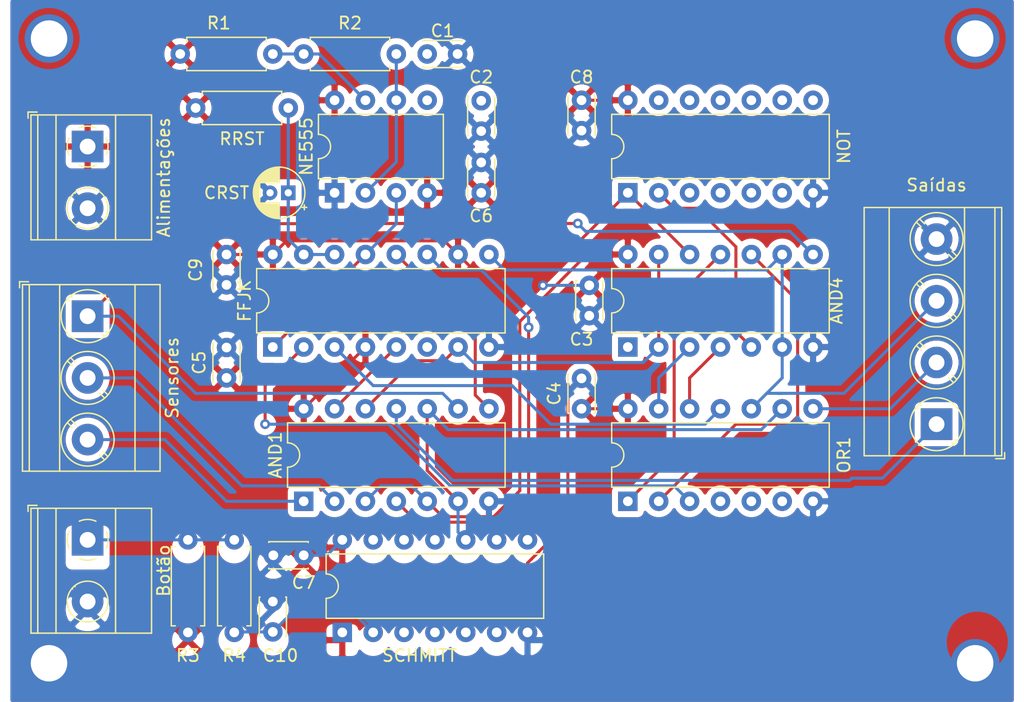
<source format=kicad_pcb>
(kicad_pcb (version 20171130) (host pcbnew "(5.1.9)-1")
  (layers (0 F.Cu signal) (31 B.Cu signal) (34 B.Paste user) (35 F.Paste user) (36 B.SilkS user) (37 F.SilkS user) (38 B.Mask user) (39 F.Mask user) (44 Edge.Cuts user))
  (net 0 "")
  (net 1 RESET)
  (net 2 +5V)
  (net 3 "Net-(NE555-Pad7)")
  (net 4 CLK)
  (net 5 "Net-(C1-Pad1)")
  (net 6 GND)
  (net 7 B1')
  (net 8 B)
  (net 9 "Net-(AND1-Pad4)")
  (net 10 S8)
  (net 11 S1)
  (net 12 BWL)
  (net 13 B0)
  (net 14 "Net-(AND4-Pad5)")
  (net 15 "Net-(AND4-Pad11)")
  (net 16 "Net-(AND4-Pad4)")
  (net 17 "Net-(AND4-Pad10)")
  (net 18 "Net-(AND4-Pad3)")
  (net 19 S5)
  (net 20 FWR)
  (net 21 FWL)
  (net 22 "Net-(C2-Pad2)")
  (net 23 B_IN)
  (net 24 "Net-(C10-Pad2)")
  (net 25 "Net-(AND1-Pad3)")
  (net 26 "Net-(AND1-Pad10)")
  (net 27 "Net-(FFJK1-Pad3)")
  (net 28 "Net-(FFJK1-Pad2)")
  (module Package_DIP:DIP-14_W7.62mm (layer F.Cu) (at 65.405 80.645 90)
    (fp_text reference SCHMITT (at -1.905 6.35 180) (layer F.SilkS))
    (fp_text value SN74LVC1G14DRL hide)
    (pad 14 thru_hole oval (at 7.62 0 90) (size 1.6 1.6) (drill 0.8) (layers *.Cu *.Mask) (net 2 +5V))
    (pad 7 thru_hole oval (at 0 15.24 90) (size 1.6 1.6) (drill 0.8) (layers *.Cu *.Mask) (net 6 GND))
    (pad 13 thru_hole oval (at 7.62 2.54 90) (size 1.6 1.6) (drill 0.8) (layers *.Cu *.Mask))
    (pad 6 thru_hole oval (at 0 12.7 90) (size 1.6 1.6) (drill 0.8) (layers *.Cu *.Mask))
    (pad 12 thru_hole oval (at 7.62 5.08 90) (size 1.6 1.6) (drill 0.8) (layers *.Cu *.Mask))
    (pad 5 thru_hole oval (at 0 10.16 90) (size 1.6 1.6) (drill 0.8) (layers *.Cu *.Mask))
    (pad 11 thru_hole oval (at 7.62 7.62 90) (size 1.6 1.6) (drill 0.8) (layers *.Cu *.Mask))
    (pad 4 thru_hole oval (at 0 7.62 90) (size 1.6 1.6) (drill 0.8) (layers *.Cu *.Mask))
    (pad 10 thru_hole oval (at 7.62 10.16 90) (size 1.6 1.6) (drill 0.8) (layers *.Cu *.Mask) (net 13 B0))
    (pad 3 thru_hole oval (at 0 5.08 90) (size 1.6 1.6) (drill 0.8) (layers *.Cu *.Mask))
    (pad 9 thru_hole oval (at 7.62 12.7 90) (size 1.6 1.6) (drill 0.8) (layers *.Cu *.Mask))
    (pad 2 thru_hole oval (at 0 2.54 90) (size 1.6 1.6) (drill 0.8) (layers *.Cu *.Mask) (net 24 "Net-(C10-Pad2)"))
    (pad 8 thru_hole oval (at 7.62 15.24 90) (size 1.6 1.6) (drill 0.8) (layers *.Cu *.Mask))
    (pad 1 thru_hole rect (at 0 0 90) (size 1.6 1.6) (drill 0.8) (layers *.Cu *.Mask) (net 2 +5V))
  )
  (module Package_DIP:DIP-14_W7.62mm (layer F.Cu) (at 88.9 69.85 90)
    (fp_text reference OR1 (at 3.81 17.78 90) (layer F.SilkS))
    (fp_text value 4071)
    (pad 14 thru_hole oval (at 7.62 0 90) (size 1.6 1.6) (drill 0.8) (layers *.Cu *.Mask) (net 2 +5V))
    (pad 7 thru_hole oval (at 0 15.24 90) (size 1.6 1.6) (drill 0.8) (layers *.Cu *.Mask) (net 6 GND))
    (pad 13 thru_hole oval (at 7.62 2.54 90) (size 1.6 1.6) (drill 0.8) (layers *.Cu *.Mask) (net 18 "Net-(AND4-Pad3)"))
    (pad 6 thru_hole oval (at 0 12.7 90) (size 1.6 1.6) (drill 0.8) (layers *.Cu *.Mask))
    (pad 12 thru_hole oval (at 7.62 5.08 90) (size 1.6 1.6) (drill 0.8) (layers *.Cu *.Mask) (net 16 "Net-(AND4-Pad4)"))
    (pad 5 thru_hole oval (at 0 10.16 90) (size 1.6 1.6) (drill 0.8) (layers *.Cu *.Mask))
    (pad 11 thru_hole oval (at 7.62 7.62 90) (size 1.6 1.6) (drill 0.8) (layers *.Cu *.Mask) (net 27 "Net-(FFJK1-Pad3)"))
    (pad 4 thru_hole oval (at 0 7.62 90) (size 1.6 1.6) (drill 0.8) (layers *.Cu *.Mask))
    (pad 10 thru_hole oval (at 7.62 10.16 90) (size 1.6 1.6) (drill 0.8) (layers *.Cu *.Mask) (net 12 BWL))
    (pad 3 thru_hole oval (at 0 5.08 90) (size 1.6 1.6) (drill 0.8) (layers *.Cu *.Mask) (net 28 "Net-(FFJK1-Pad2)"))
    (pad 9 thru_hole oval (at 7.62 12.7 90) (size 1.6 1.6) (drill 0.8) (layers *.Cu *.Mask) (net 13 B0))
    (pad 2 thru_hole oval (at 0 2.54 90) (size 1.6 1.6) (drill 0.8) (layers *.Cu *.Mask) (net 17 "Net-(AND4-Pad10)"))
    (pad 8 thru_hole oval (at 7.62 15.24 90) (size 1.6 1.6) (drill 0.8) (layers *.Cu *.Mask) (net 20 FWR))
    (pad 1 thru_hole rect (at 0 0 90) (size 1.6 1.6) (drill 0.8) (layers *.Cu *.Mask) (net 15 "Net-(AND4-Pad11)"))
  )
  (module Package_DIP:DIP-14_W7.62mm (layer F.Cu) (at 62.23 69.85 90)
    (fp_text reference AND1 (at 3.81 -2.33 90) (layer F.SilkS))
    (fp_text value 4081)
    (pad 14 thru_hole oval (at 7.62 0 90) (size 1.6 1.6) (drill 0.8) (layers *.Cu *.Mask) (net 2 +5V))
    (pad 7 thru_hole oval (at 0 15.24 90) (size 1.6 1.6) (drill 0.8) (layers *.Cu *.Mask) (net 6 GND))
    (pad 13 thru_hole oval (at 7.62 2.54 90) (size 1.6 1.6) (drill 0.8) (layers *.Cu *.Mask) (net 13 B0))
    (pad 6 thru_hole oval (at 0 12.7 90) (size 1.6 1.6) (drill 0.8) (layers *.Cu *.Mask) (net 13 B0))
    (pad 12 thru_hole oval (at 7.62 5.08 90) (size 1.6 1.6) (drill 0.8) (layers *.Cu *.Mask) (net 7 B1'))
    (pad 5 thru_hole oval (at 0 10.16 90) (size 1.6 1.6) (drill 0.8) (layers *.Cu *.Mask) (net 25 "Net-(AND1-Pad3)"))
    (pad 11 thru_hole oval (at 7.62 7.62 90) (size 1.6 1.6) (drill 0.8) (layers *.Cu *.Mask) (net 21 FWL))
    (pad 4 thru_hole oval (at 0 7.62 90) (size 1.6 1.6) (drill 0.8) (layers *.Cu *.Mask) (net 9 "Net-(AND1-Pad4)"))
    (pad 10 thru_hole oval (at 7.62 10.16 90) (size 1.6 1.6) (drill 0.8) (layers *.Cu *.Mask) (net 13 B0))
    (pad 3 thru_hole oval (at 0 5.08 90) (size 1.6 1.6) (drill 0.8) (layers *.Cu *.Mask) (net 25 "Net-(AND1-Pad3)"))
    (pad 9 thru_hole oval (at 7.62 12.7 90) (size 1.6 1.6) (drill 0.8) (layers *.Cu *.Mask) (net 19 S5))
    (pad 2 thru_hole oval (at 0 2.54 90) (size 1.6 1.6) (drill 0.8) (layers *.Cu *.Mask) (net 10 S8))
    (pad 8 thru_hole oval (at 7.62 15.24 90) (size 1.6 1.6) (drill 0.8) (layers *.Cu *.Mask) (net 26 "Net-(AND1-Pad10)"))
    (pad 1 thru_hole rect (at 0 0 90) (size 1.6 1.6) (drill 0.8) (layers *.Cu *.Mask) (net 11 S1))
  )
  (module TerminalBlock_Phoenix:TerminalBlock_Phoenix_MKDS-3-3-5.08_1x03_P5.08mm_Horizontal (layer F.Cu) (at 44.45 54.61 270)
    (fp_text reference Sensores (at 5.08 -6.96 90) (layer F.SilkS))
    (fp_text value Conn_01x03_Female)
    (pad 3 thru_hole circle (at 10.16 0 270) (size 2.6 2.6) (drill 1.3) (layers *.Cu *.Mask) (net 11 S1))
    (pad 2 thru_hole circle (at 5.08 0 270) (size 2.6 2.6) (drill 1.3) (layers *.Cu *.Mask) (net 10 S8))
    (pad 1 thru_hole rect (at 0 0 270) (size 2.6 2.6) (drill 1.3) (layers *.Cu *.Mask) (net 19 S5))
  )
  (module Capacitor_THT:CP_Radial_D4.0mm_P1.50mm (layer F.Cu) (at 60.96 44.45 180)
    (fp_text reference CRST (at 5.08 0) (layer F.SilkS))
    (fp_text value 10n)
    (pad 2 thru_hole circle (at 1.5 0 180) (size 1.2 1.2) (drill 0.6) (layers *.Cu *.Mask) (net 6 GND))
    (pad 1 thru_hole rect (at 0 0 180) (size 1.2 1.2) (drill 0.6) (layers *.Cu *.Mask) (net 1 RESET))
  )
  (module Capacitor_THT:C_Disc_D3.0mm_W2.0mm_P2.50mm (layer F.Cu) (at 55.88 49.53 270)
    (fp_text reference C9 (at 1.27 2.54 90) (layer F.SilkS))
    (fp_text value 10n hide)
    (pad 2 thru_hole circle (at 2.5 0 270) (size 1.6 1.6) (drill 0.8) (layers *.Cu *.Mask) (net 6 GND))
    (pad 1 thru_hole circle (at 0 0 270) (size 1.6 1.6) (drill 0.8) (layers *.Cu *.Mask) (net 2 +5V))
  )
  (module Capacitor_THT:C_Disc_D3.0mm_W2.0mm_P2.50mm (layer F.Cu) (at 85.09 36.83 270)
    (fp_text reference C8 (at -1.905 0 180) (layer F.SilkS))
    (fp_text value 10n)
    (pad 2 thru_hole circle (at 2.5 0 270) (size 1.6 1.6) (drill 0.8) (layers *.Cu *.Mask) (net 6 GND))
    (pad 1 thru_hole circle (at 0 0 270) (size 1.6 1.6) (drill 0.8) (layers *.Cu *.Mask) (net 2 +5V))
  )
  (module Capacitor_THT:C_Disc_D3.0mm_W2.0mm_P2.50mm (layer F.Cu) (at 62.23 74.295 180)
    (fp_text reference C7 (at 0 -2.25) (layer F.SilkS))
    (fp_text value 10n)
    (pad 2 thru_hole circle (at 2.5 0 180) (size 1.6 1.6) (drill 0.8) (layers *.Cu *.Mask) (net 6 GND))
    (pad 1 thru_hole circle (at 0 0 180) (size 1.6 1.6) (drill 0.8) (layers *.Cu *.Mask) (net 2 +5V))
  )
  (module Capacitor_THT:C_Disc_D3.0mm_W2.0mm_P2.50mm (layer F.Cu) (at 76.835 44.45 90)
    (fp_text reference C6 (at -1.905 0 180) (layer F.SilkS))
    (fp_text value 10n)
    (pad 2 thru_hole circle (at 2.5 0 90) (size 1.6 1.6) (drill 0.8) (layers *.Cu *.Mask) (net 6 GND))
    (pad 1 thru_hole circle (at 0 0 90) (size 1.6 1.6) (drill 0.8) (layers *.Cu *.Mask) (net 2 +5V))
  )
  (module Capacitor_THT:C_Disc_D3.0mm_W2.0mm_P2.50mm (layer F.Cu) (at 55.88 59.69 90)
    (fp_text reference C5 (at 1.25 -2.25 90) (layer F.SilkS))
    (fp_text value 10n)
    (pad 2 thru_hole circle (at 2.5 0 90) (size 1.6 1.6) (drill 0.8) (layers *.Cu *.Mask) (net 6 GND))
    (pad 1 thru_hole circle (at 0 0 90) (size 1.6 1.6) (drill 0.8) (layers *.Cu *.Mask) (net 2 +5V))
  )
  (module Capacitor_THT:C_Disc_D3.0mm_W2.0mm_P2.50mm (layer F.Cu) (at 85.09 62.23 90)
    (fp_text reference C4 (at 1.25 -2.25 90) (layer F.SilkS))
    (fp_text value 10n)
    (pad 2 thru_hole circle (at 2.5 0 90) (size 1.6 1.6) (drill 0.8) (layers *.Cu *.Mask) (net 6 GND))
    (pad 1 thru_hole circle (at 0 0 90) (size 1.6 1.6) (drill 0.8) (layers *.Cu *.Mask) (net 2 +5V))
  )
  (module Capacitor_THT:C_Disc_D3.0mm_W2.0mm_P2.50mm (layer F.Cu) (at 85.725 52.07 270)
    (fp_text reference C3 (at 4.445 0.635 180) (layer F.SilkS))
    (fp_text value 10n)
    (pad 2 thru_hole circle (at 2.5 0 270) (size 1.6 1.6) (drill 0.8) (layers *.Cu *.Mask) (net 6 GND))
    (pad 1 thru_hole circle (at 0 0 270) (size 1.6 1.6) (drill 0.8) (layers *.Cu *.Mask) (net 2 +5V))
  )
  (module Capacitor_THT:C_Disc_D3.0mm_W2.0mm_P2.50mm (layer F.Cu) (at 59.69 78.105 270)
    (fp_text reference C10 (at 4.445 -0.635 180) (layer F.SilkS))
    (fp_text value 10n)
    (pad 2 thru_hole circle (at 2.5 0 270) (size 1.6 1.6) (drill 0.8) (layers *.Cu *.Mask) (net 24 "Net-(C10-Pad2)"))
    (pad 1 thru_hole circle (at 0 0 270) (size 1.6 1.6) (drill 0.8) (layers *.Cu *.Mask) (net 6 GND))
  )
  (module Capacitor_THT:C_Disc_D3.0mm_W2.0mm_P2.50mm (layer F.Cu) (at 72.39 33.02)
    (fp_text reference C1 (at 1.27 -1.905) (layer F.SilkS))
    (fp_text value 4,7u)
    (pad 2 thru_hole circle (at 2.5 0) (size 1.6 1.6) (drill 0.8) (layers *.Cu *.Mask) (net 6 GND))
    (pad 1 thru_hole circle (at 0 0) (size 1.6 1.6) (drill 0.8) (layers *.Cu *.Mask) (net 5 "Net-(C1-Pad1)"))
  )
  (module Capacitor_THT:C_Disc_D3.0mm_W2.0mm_P2.50mm (layer F.Cu) (at 76.835 39.37 90)
    (fp_text reference C2 (at 4.445 0 180) (layer F.SilkS))
    (fp_text value 10n hide)
    (pad 2 thru_hole circle (at 2.5 0 90) (size 1.6 1.6) (drill 0.8) (layers *.Cu *.Mask) (net 22 "Net-(C2-Pad2)"))
    (pad 1 thru_hole circle (at 0 0 90) (size 1.6 1.6) (drill 0.8) (layers *.Cu *.Mask) (net 6 GND))
  )
  (module Resistor_THT:R_Axial_DIN0207_L6.3mm_D2.5mm_P7.62mm_Horizontal (layer F.Cu) (at 52.705 80.645 90)
    (fp_text reference R3 (at -1.905 0 180) (layer F.SilkS))
    (fp_text value 6,2k)
    (pad 2 thru_hole oval (at 7.62 0 90) (size 1.6 1.6) (drill 0.8) (layers *.Cu *.Mask) (net 23 B_IN))
    (pad 1 thru_hole circle (at 0 0 90) (size 1.6 1.6) (drill 0.8) (layers *.Cu *.Mask) (net 2 +5V))
  )
  (module Resistor_THT:R_Axial_DIN0207_L6.3mm_D2.5mm_P7.62mm_Horizontal (layer F.Cu) (at 56.515 73.025 270)
    (fp_text reference R4 (at 9.525 0 180) (layer F.SilkS))
    (fp_text value 6,2k)
    (pad 2 thru_hole oval (at 7.62 0 270) (size 1.6 1.6) (drill 0.8) (layers *.Cu *.Mask) (net 24 "Net-(C10-Pad2)"))
    (pad 1 thru_hole circle (at 0 0 270) (size 1.6 1.6) (drill 0.8) (layers *.Cu *.Mask) (net 23 B_IN))
  )
  (module Resistor_THT:R_Axial_DIN0207_L6.3mm_D2.5mm_P7.62mm_Horizontal (layer F.Cu) (at 52.07 33.02)
    (fp_text reference R1 (at 3.175 -2.54) (layer F.SilkS))
    (fp_text value 6,2k)
    (pad 2 thru_hole oval (at 7.62 0) (size 1.6 1.6) (drill 0.8) (layers *.Cu *.Mask) (net 3 "Net-(NE555-Pad7)"))
    (pad 1 thru_hole circle (at 0 0) (size 1.6 1.6) (drill 0.8) (layers *.Cu *.Mask) (net 2 +5V))
  )
  (module Resistor_THT:R_Axial_DIN0207_L6.3mm_D2.5mm_P7.62mm_Horizontal (layer F.Cu) (at 62.23 33.02)
    (fp_text reference R2 (at 3.81 -2.54) (layer F.SilkS))
    (fp_text value 150k)
    (pad 2 thru_hole oval (at 7.62 0) (size 1.6 1.6) (drill 0.8) (layers *.Cu *.Mask) (net 5 "Net-(C1-Pad1)"))
    (pad 1 thru_hole circle (at 0 0) (size 1.6 1.6) (drill 0.8) (layers *.Cu *.Mask) (net 3 "Net-(NE555-Pad7)"))
  )
  (module Resistor_THT:R_Axial_DIN0207_L6.3mm_D2.5mm_P7.62mm_Horizontal (layer F.Cu) (at 53.34 37.465)
    (fp_text reference RRST (at 3.81 2.54) (layer F.SilkS))
    (fp_text value 100k)
    (pad 2 thru_hole oval (at 7.62 0) (size 1.6 1.6) (drill 0.8) (layers *.Cu *.Mask) (net 1 RESET))
    (pad 1 thru_hole circle (at 0 0) (size 1.6 1.6) (drill 0.8) (layers *.Cu *.Mask) (net 2 +5V))
  )
  (module Package_DIP:DIP-8_W7.62mm (layer F.Cu) (at 64.77 44.45 90)
    (fp_text reference NE555 (at 3.81 -2.33 90) (layer F.SilkS))
    (fp_text value NE555P)
    (pad 8 thru_hole oval (at 7.62 0 90) (size 1.6 1.6) (drill 0.8) (layers *.Cu *.Mask) (net 2 +5V))
    (pad 4 thru_hole oval (at 0 7.62 90) (size 1.6 1.6) (drill 0.8) (layers *.Cu *.Mask) (net 2 +5V))
    (pad 7 thru_hole oval (at 7.62 2.54 90) (size 1.6 1.6) (drill 0.8) (layers *.Cu *.Mask) (net 3 "Net-(NE555-Pad7)"))
    (pad 3 thru_hole oval (at 0 5.08 90) (size 1.6 1.6) (drill 0.8) (layers *.Cu *.Mask) (net 4 CLK))
    (pad 6 thru_hole oval (at 7.62 5.08 90) (size 1.6 1.6) (drill 0.8) (layers *.Cu *.Mask) (net 5 "Net-(C1-Pad1)"))
    (pad 2 thru_hole oval (at 0 2.54 90) (size 1.6 1.6) (drill 0.8) (layers *.Cu *.Mask) (net 5 "Net-(C1-Pad1)"))
    (pad 5 thru_hole oval (at 7.62 7.62 90) (size 1.6 1.6) (drill 0.8) (layers *.Cu *.Mask) (net 22 "Net-(C2-Pad2)"))
    (pad 1 thru_hole rect (at 0 0 90) (size 1.6 1.6) (drill 0.8) (layers *.Cu *.Mask) (net 6 GND))
  )
  (module Package_DIP:DIP-14_W7.62mm (layer F.Cu) (at 88.9 57.15 90)
    (fp_text reference AND4 (at 3.81 17.145 90) (layer F.SilkS))
    (fp_text value 4081)
    (pad 14 thru_hole oval (at 7.62 0 90) (size 1.6 1.6) (drill 0.8) (layers *.Cu *.Mask) (net 2 +5V))
    (pad 7 thru_hole oval (at 0 15.24 90) (size 1.6 1.6) (drill 0.8) (layers *.Cu *.Mask) (net 6 GND))
    (pad 13 thru_hole oval (at 7.62 2.54 90) (size 1.6 1.6) (drill 0.8) (layers *.Cu *.Mask) (net 7 B1'))
    (pad 6 thru_hole oval (at 0 12.7 90) (size 1.6 1.6) (drill 0.8) (layers *.Cu *.Mask) (net 12 BWL))
    (pad 12 thru_hole oval (at 7.62 5.08 90) (size 1.6 1.6) (drill 0.8) (layers *.Cu *.Mask) (net 25 "Net-(AND1-Pad3)"))
    (pad 5 thru_hole oval (at 0 10.16 90) (size 1.6 1.6) (drill 0.8) (layers *.Cu *.Mask) (net 14 "Net-(AND4-Pad5)"))
    (pad 11 thru_hole oval (at 7.62 7.62 90) (size 1.6 1.6) (drill 0.8) (layers *.Cu *.Mask) (net 15 "Net-(AND4-Pad11)"))
    (pad 4 thru_hole oval (at 0 7.62 90) (size 1.6 1.6) (drill 0.8) (layers *.Cu *.Mask) (net 16 "Net-(AND4-Pad4)"))
    (pad 10 thru_hole oval (at 7.62 10.16 90) (size 1.6 1.6) (drill 0.8) (layers *.Cu *.Mask) (net 17 "Net-(AND4-Pad10)"))
    (pad 3 thru_hole oval (at 0 5.08 90) (size 1.6 1.6) (drill 0.8) (layers *.Cu *.Mask) (net 18 "Net-(AND4-Pad3)"))
    (pad 9 thru_hole oval (at 7.62 12.7 90) (size 1.6 1.6) (drill 0.8) (layers *.Cu *.Mask) (net 12 BWL))
    (pad 2 thru_hole oval (at 0 2.54 90) (size 1.6 1.6) (drill 0.8) (layers *.Cu *.Mask) (net 7 B1'))
    (pad 8 thru_hole oval (at 7.62 15.24 90) (size 1.6 1.6) (drill 0.8) (layers *.Cu *.Mask) (net 19 S5))
    (pad 1 thru_hole rect (at 0 0 90) (size 1.6 1.6) (drill 0.8) (layers *.Cu *.Mask) (net 8 B))
  )
  (module TerminalBlock_Phoenix:TerminalBlock_Phoenix_MKDS-1,5-2-5.08_1x02_P5.08mm_Horizontal (layer F.Cu) (at 44.45 73.025 270)
    (fp_text reference Botão (at 2.54 -6.26 90) (layer F.SilkS))
    (fp_text value Conn_01x02_Female)
    (pad 2 thru_hole circle (at 5.08 0 270) (size 2.6 2.6) (drill 1.3) (layers *.Cu *.Mask) (net 6 GND))
    (pad 1 thru_hole rect (at 0 0 270) (size 2.6 2.6) (drill 1.3) (layers *.Cu *.Mask) (net 23 B_IN))
  )
  (module TerminalBlock_Phoenix:TerminalBlock_Phoenix_MKDS-3-4-5.08_1x04_P5.08mm_Horizontal (layer F.Cu) (at 114.3 63.5 90)
    (fp_text reference Saídas (at 19.685 0 180) (layer F.SilkS))
    (fp_text value Conn_01x04_Female)
    (pad 4 thru_hole circle (at 15.24 0 90) (size 2.6 2.6) (drill 1.3) (layers *.Cu *.Mask) (net 6 GND))
    (pad 3 thru_hole circle (at 10.16 0 90) (size 2.6 2.6) (drill 1.3) (layers *.Cu *.Mask) (net 12 BWL))
    (pad 2 thru_hole circle (at 5.08 0 90) (size 2.6 2.6) (drill 1.3) (layers *.Cu *.Mask) (net 20 FWR))
    (pad 1 thru_hole rect (at 0 0 90) (size 2.6 2.6) (drill 1.3) (layers *.Cu *.Mask) (net 21 FWL))
  )
  (module TerminalBlock_Phoenix:TerminalBlock_Phoenix_MKDS-1,5-2-5.08_1x02_P5.08mm_Horizontal (layer F.Cu) (at 44.45 40.64 270)
    (fp_text reference Alimentações (at 2.54 -6.26 90) (layer F.SilkS))
    (fp_text value Conn_01x02_Female)
    (pad 2 thru_hole circle (at 5.08 0 270) (size 2.6 2.6) (drill 1.3) (layers *.Cu *.Mask) (net 6 GND))
    (pad 1 thru_hole rect (at 0 0 270) (size 2.6 2.6) (drill 1.3) (layers *.Cu *.Mask) (net 2 +5V))
  )
  (module Package_DIP:DIP-14_W7.62mm (layer F.Cu) (at 88.9 44.45 90)
    (fp_text reference NOT (at 3.81 17.78 90) (layer F.SilkS))
    (fp_text value 74LS04 hide)
    (pad 14 thru_hole oval (at 7.62 0 90) (size 1.6 1.6) (drill 0.8) (layers *.Cu *.Mask) (net 2 +5V))
    (pad 7 thru_hole oval (at 0 15.24 90) (size 1.6 1.6) (drill 0.8) (layers *.Cu *.Mask) (net 6 GND))
    (pad 13 thru_hole oval (at 7.62 2.54 90) (size 1.6 1.6) (drill 0.8) (layers *.Cu *.Mask))
    (pad 6 thru_hole oval (at 0 12.7 90) (size 1.6 1.6) (drill 0.8) (layers *.Cu *.Mask))
    (pad 12 thru_hole oval (at 7.62 5.08 90) (size 1.6 1.6) (drill 0.8) (layers *.Cu *.Mask))
    (pad 5 thru_hole oval (at 0 10.16 90) (size 1.6 1.6) (drill 0.8) (layers *.Cu *.Mask))
    (pad 11 thru_hole oval (at 7.62 7.62 90) (size 1.6 1.6) (drill 0.8) (layers *.Cu *.Mask))
    (pad 4 thru_hole oval (at 0 7.62 90) (size 1.6 1.6) (drill 0.8) (layers *.Cu *.Mask))
    (pad 10 thru_hole oval (at 7.62 10.16 90) (size 1.6 1.6) (drill 0.8) (layers *.Cu *.Mask))
    (pad 3 thru_hole oval (at 0 5.08 90) (size 1.6 1.6) (drill 0.8) (layers *.Cu *.Mask))
    (pad 9 thru_hole oval (at 7.62 12.7 90) (size 1.6 1.6) (drill 0.8) (layers *.Cu *.Mask))
    (pad 2 thru_hole oval (at 0 2.54 90) (size 1.6 1.6) (drill 0.8) (layers *.Cu *.Mask) (net 14 "Net-(AND4-Pad5)"))
    (pad 8 thru_hole oval (at 7.62 15.24 90) (size 1.6 1.6) (drill 0.8) (layers *.Cu *.Mask))
    (pad 1 thru_hole rect (at 0 0 90) (size 1.6 1.6) (drill 0.8) (layers *.Cu *.Mask) (net 25 "Net-(AND1-Pad3)"))
  )
  (module Package_DIP:DIP-16_W7.62mm (layer F.Cu) (at 59.69 57.15 90)
    (fp_text reference FFJK (at 3.81 -2.33 90) (layer F.SilkS))
    (fp_text value 74LS76)
    (pad 16 thru_hole oval (at 7.62 0 90) (size 1.6 1.6) (drill 0.8) (layers *.Cu *.Mask) (net 2 +5V))
    (pad 8 thru_hole oval (at 0 17.78 90) (size 1.6 1.6) (drill 0.8) (layers *.Cu *.Mask) (net 6 GND))
    (pad 15 thru_hole oval (at 7.62 2.54 90) (size 1.6 1.6) (drill 0.8) (layers *.Cu *.Mask) (net 1 RESET))
    (pad 7 thru_hole oval (at 0 15.24 90) (size 1.6 1.6) (drill 0.8) (layers *.Cu *.Mask) (net 7 B1'))
    (pad 14 thru_hole oval (at 7.62 5.08 90) (size 1.6 1.6) (drill 0.8) (layers *.Cu *.Mask) (net 1 RESET))
    (pad 6 thru_hole oval (at 0 12.7 90) (size 1.6 1.6) (drill 0.8) (layers *.Cu *.Mask))
    (pad 13 thru_hole oval (at 7.62 7.62 90) (size 1.6 1.6) (drill 0.8) (layers *.Cu *.Mask) (net 4 CLK))
    (pad 5 thru_hole oval (at 0 10.16 90) (size 1.6 1.6) (drill 0.8) (layers *.Cu *.Mask) (net 13 B0))
    (pad 12 thru_hole oval (at 7.62 10.16 90) (size 1.6 1.6) (drill 0.8) (layers *.Cu *.Mask) (net 26 "Net-(AND1-Pad10)"))
    (pad 4 thru_hole oval (at 0 7.62 90) (size 1.6 1.6) (drill 0.8) (layers *.Cu *.Mask) (net 2 +5V))
    (pad 11 thru_hole oval (at 7.62 12.7 90) (size 1.6 1.6) (drill 0.8) (layers *.Cu *.Mask) (net 9 "Net-(AND1-Pad4)"))
    (pad 3 thru_hole oval (at 0 5.08 90) (size 1.6 1.6) (drill 0.8) (layers *.Cu *.Mask) (net 27 "Net-(FFJK1-Pad3)"))
    (pad 10 thru_hole oval (at 7.62 15.24 90) (size 1.6 1.6) (drill 0.8) (layers *.Cu *.Mask) (net 2 +5V))
    (pad 2 thru_hole oval (at 0 2.54 90) (size 1.6 1.6) (drill 0.8) (layers *.Cu *.Mask) (net 28 "Net-(FFJK1-Pad2)"))
    (pad 9 thru_hole oval (at 7.62 17.78 90) (size 1.6 1.6) (drill 0.8) (layers *.Cu *.Mask) (net 12 BWL))
    (pad 1 thru_hole rect (at 0 0 90) (size 1.6 1.6) (drill 0.8) (layers *.Cu *.Mask) (net 4 CLK))
  )
  (segment (start 64.77 49.53) (end 62.23 49.53) (width 0.25) (layer B.Cu) (net 1))
  (segment (start 60.96 48.26) (end 62.23 49.53) (width 0.25) (layer B.Cu) (net 1))
  (segment (start 60.96 44.45) (end 60.96 48.26) (width 0.25) (layer B.Cu) (net 1))
  (segment (start 60.96 39.37) (end 60.96 45.72) (width 0.25) (layer B.Cu) (net 1))
  (segment (start 60.96 39.37) (end 60.96 37.465) (width 0.25) (layer B.Cu) (net 1))
  (segment (start 67.31 57.15) (end 62.23 62.23) (width 0.25) (layer F.Cu) (net 2))
  (segment (start 55.88 49.53) (end 59.69 49.53) (width 0.25) (layer F.Cu) (net 2))
  (segment (start 85.09 36.83) (end 88.9 36.83) (width 0.25) (layer F.Cu) (net 2))
  (segment (start 59.69 33.02) (end 62.23 33.02) (width 0.25) (layer B.Cu) (net 3))
  (segment (start 67.17137 36.83) (end 67.31 36.83) (width 0.25) (layer B.Cu) (net 3))
  (segment (start 69.85 46.99) (end 67.31 49.53) (width 0.25) (layer B.Cu) (net 4))
  (segment (start 69.85 44.45) (end 69.85 46.99) (width 0.25) (layer B.Cu) (net 4))
  (segment (start 67.31 49.53) (end 59.69 57.15) (width 0.25) (layer F.Cu) (net 4))
  (segment (start 67.31 44.45) (end 69.85 41.91) (width 0.25) (layer B.Cu) (net 5))
  (segment (start 69.85 41.91) (end 69.85 36.83) (width 0.25) (layer B.Cu) (net 5))
  (segment (start 69.85 33.02) (end 69.85 36.83) (width 0.25) (layer B.Cu) (net 5))
  (segment (start 73.804999 58.275001) (end 71.264999 58.275001) (width 0.25) (layer F.Cu) (net 7))
  (segment (start 71.264999 58.275001) (end 67.31 62.23) (width 0.25) (layer F.Cu) (net 7))
  (segment (start 74.93 57.15) (end 73.804999 58.275001) (width 0.25) (layer F.Cu) (net 7))
  (segment (start 64.2 79.875) (end 64.27 79.875) (width 0.25) (layer F.Cu) (net 2))
  (segment (start 59.69 49.53) (end 60.815001 48.404999) (width 0.25) (layer F.Cu) (net 2))
  (segment (start 74.93 49.53) (end 73.66 48.26) (width 0.25) (layer F.Cu) (net 2))
  (segment (start 73.515001 48.404999) (end 72.534999 48.404999) (width 0.25) (layer F.Cu) (net 2))
  (segment (start 72.534999 48.404999) (end 72.930001 48.404999) (width 0.25) (layer F.Cu) (net 2))
  (segment (start 73.66 48.26) (end 73.515001 48.404999) (width 0.25) (layer F.Cu) (net 2))
  (segment (start 60.815001 48.404999) (end 72.534999 48.404999) (width 0.25) (layer F.Cu) (net 2))
  (segment (start 64.135 74.295) (end 65.405 73.025) (width 0.25) (layer B.Cu) (net 2))
  (segment (start 62.23 74.295) (end 64.135 74.295) (width 0.25) (layer B.Cu) (net 2))
  (segment (start 74.93 49.53) (end 77.47 52.07) (width 0.25) (layer F.Cu) (net 2))
  (segment (start 77.47 52.07) (end 81.915 52.07) (width 0.25) (layer F.Cu) (net 2))
  (via (at 81.915 52.07) (size 0.8) (drill 0.4) (layers F.Cu B.Cu) (net 2))
  (segment (start 81.915 52.07) (end 85.725 52.07) (width 0.25) (layer B.Cu) (net 2))
  (segment (start 85.09 62.23) (end 88.9 62.23) (width 0.25) (layer F.Cu) (net 2))
  (via (at 117.475 83.185) (size 4) (drill 3) (layers F.Cu B.Cu) (net 0))
  (via (at 117.475 31.75) (size 4) (drill 3) (layers F.Cu B.Cu) (net 0))
  (via (at 41.275 31.75) (size 4) (drill 3) (layers F.Cu B.Cu) (net 0))
  (via (at 41.275 83.185) (size 4) (drill 3) (layers F.Cu B.Cu) (net 0))
  (segment (start 63.5 33.02) (end 67.31 36.83) (width 0.25) (layer B.Cu) (net 3))
  (segment (start 62.23 33.02) (end 63.5 33.02) (width 0.25) (layer B.Cu) (net 3))
  (segment (start 80.645 80.645) (end 80.645 74.93) (width 0.25) (layer F.Cu) (net 6))
  (segment (start 83.964999 71.610001) (end 83.964999 60.220001) (width 0.25) (layer F.Cu) (net 6))
  (segment (start 83.964999 60.855001) (end 85.09 59.73) (width 0.25) (layer F.Cu) (net 6))
  (segment (start 80.645 74.93) (end 83.964999 71.610001) (width 0.25) (layer F.Cu) (net 6))
  (segment (start 91.44 49.53) (end 91.44 57.15) (width 0.25) (layer F.Cu) (net 7))
  (segment (start 74.93 57.15) (end 76.2 58.42) (width 0.25) (layer B.Cu) (net 7))
  (segment (start 90.17 58.42) (end 91.44 57.15) (width 0.25) (layer B.Cu) (net 7))
  (segment (start 76.2 58.42) (end 90.17 58.42) (width 0.25) (layer B.Cu) (net 7))
  (segment (start 73.66 50.8) (end 72.39 49.53) (width 0.25) (layer B.Cu) (net 9))
  (segment (start 76.949648 50.8) (end 73.66 50.8) (width 0.25) (layer B.Cu) (net 9))
  (segment (start 80.555164 55.525144) (end 80.735 55.525144) (width 0.25) (layer F.Cu) (net 9))
  (segment (start 80.46001 55.42999) (end 80.555164 55.525144) (width 0.25) (layer F.Cu) (net 9))
  (via (at 80.735 55.525144) (size 0.8) (drill 0.4) (layers F.Cu B.Cu) (net 9))
  (segment (start 80.735 70.395) (end 80.735 55.525144) (width 0.25) (layer F.Cu) (net 9))
  (segment (start 79.559991 71.570009) (end 80.735 70.395) (width 0.25) (layer F.Cu) (net 9))
  (segment (start 71.570009 71.570009) (end 79.559991 71.570009) (width 0.25) (layer F.Cu) (net 9))
  (segment (start 69.85 69.85) (end 71.570009 71.570009) (width 0.25) (layer F.Cu) (net 9))
  (segment (start 80.735 55.525144) (end 80.735 54.7) (width 0.25) (layer B.Cu) (net 9))
  (segment (start 80.735 54.7) (end 76.835 50.8) (width 0.25) (layer B.Cu) (net 9))
  (segment (start 44.45 59.69) (end 48.26 59.69) (width 0.25) (layer B.Cu) (net 10))
  (segment (start 48.26 59.69) (end 57.15 68.58) (width 0.25) (layer B.Cu) (net 10))
  (segment (start 63.5 68.58) (end 64.77 69.85) (width 0.25) (layer B.Cu) (net 10))
  (segment (start 57.15 68.58) (end 63.5 68.58) (width 0.25) (layer B.Cu) (net 10))
  (segment (start 44.45 64.77) (end 50.8 64.77) (width 0.25) (layer B.Cu) (net 11))
  (segment (start 50.8 64.77) (end 55.88 69.85) (width 0.25) (layer B.Cu) (net 11))
  (segment (start 55.88 69.85) (end 62.23 69.85) (width 0.25) (layer B.Cu) (net 11))
  (segment (start 77.47 49.53) (end 78.74 50.8) (width 0.25) (layer B.Cu) (net 12))
  (segment (start 100.33 50.8) (end 101.6 49.53) (width 0.25) (layer B.Cu) (net 12))
  (segment (start 99.06 62.23) (end 100.33 60.96) (width 0.25) (layer B.Cu) (net 12))
  (segment (start 101.6 60.96) (end 101.204998 60.96) (width 0.25) (layer B.Cu) (net 12))
  (segment (start 100.33 60.96) (end 101.6 60.96) (width 0.25) (layer B.Cu) (net 12))
  (segment (start 100.33 60.96) (end 101.6 59.69) (width 0.25) (layer B.Cu) (net 12))
  (segment (start 101.6 59.69) (end 101.6 57.15) (width 0.25) (layer B.Cu) (net 12))
  (segment (start 96.52 50.8) (end 96.915002 50.8) (width 0.25) (layer B.Cu) (net 12))
  (segment (start 78.74 50.8) (end 96.52 50.8) (width 0.25) (layer B.Cu) (net 12))
  (segment (start 96.52 50.8) (end 100.33 50.8) (width 0.25) (layer B.Cu) (net 12))
  (segment (start 101.6 49.53) (end 101.6 57.15) (width 0.25) (layer B.Cu) (net 12))
  (segment (start 106.68 60.96) (end 114.3 53.34) (width 0.25) (layer B.Cu) (net 12))
  (segment (start 101.6 60.96) (end 106.68 60.96) (width 0.25) (layer B.Cu) (net 12))
  (segment (start 69.85 57.15) (end 64.77 62.23) (width 0.25) (layer F.Cu) (net 13))
  (segment (start 72.39 67.31) (end 74.93 69.85) (width 0.25) (layer F.Cu) (net 13))
  (segment (start 72.39 62.23) (end 72.39 67.31) (width 0.25) (layer F.Cu) (net 13))
  (segment (start 74.11001 63.95001) (end 72.39 62.23) (width 0.25) (layer B.Cu) (net 13))
  (segment (start 99.87999 63.95001) (end 74.11001 63.95001) (width 0.25) (layer B.Cu) (net 13))
  (segment (start 101.6 62.23) (end 99.87999 63.95001) (width 0.25) (layer B.Cu) (net 13))
  (segment (start 74.93 72.39) (end 75.565 73.025) (width 0.25) (layer B.Cu) (net 13))
  (segment (start 74.93 69.215) (end 74.93 72.39) (width 0.25) (layer B.Cu) (net 13))
  (segment (start 91.44 44.45) (end 92.71 45.72) (width 0.25) (layer F.Cu) (net 14))
  (segment (start 94.615 45.72) (end 97.79 48.895) (width 0.25) (layer F.Cu) (net 14))
  (segment (start 92.71 45.72) (end 94.615 45.72) (width 0.25) (layer F.Cu) (net 14))
  (segment (start 97.79 48.895) (end 97.79 55.88) (width 0.25) (layer F.Cu) (net 14))
  (segment (start 97.79 55.88) (end 99.06 57.15) (width 0.25) (layer F.Cu) (net 14))
  (segment (start 88.9 69.85) (end 92.71 66.04) (width 0.25) (layer F.Cu) (net 15))
  (segment (start 92.71 66.04) (end 92.71 53.34) (width 0.25) (layer F.Cu) (net 15))
  (segment (start 92.71 53.34) (end 96.52 49.53) (width 0.25) (layer F.Cu) (net 15))
  (segment (start 93.98 59.69) (end 96.52 57.15) (width 0.25) (layer F.Cu) (net 16))
  (segment (start 93.98 62.23) (end 93.98 59.69) (width 0.25) (layer F.Cu) (net 16))
  (segment (start 97.79 63.5) (end 91.44 69.85) (width 0.25) (layer F.Cu) (net 17))
  (segment (start 97.79 63.5) (end 102.235 63.5) (width 0.25) (layer F.Cu) (net 17))
  (segment (start 102.235 63.5) (end 102.87 62.865) (width 0.25) (layer F.Cu) (net 17))
  (segment (start 102.87 53.34) (end 99.06 49.53) (width 0.25) (layer F.Cu) (net 17))
  (segment (start 102.87 62.865) (end 102.87 53.34) (width 0.25) (layer F.Cu) (net 17))
  (segment (start 91.44 59.69) (end 93.98 57.15) (width 0.25) (layer B.Cu) (net 18))
  (segment (start 91.44 62.23) (end 91.44 59.69) (width 0.25) (layer B.Cu) (net 18))
  (segment (start 44.45 54.61) (end 46.99 54.61) (width 0.25) (layer B.Cu) (net 19))
  (segment (start 46.99 54.61) (end 53.34 60.96) (width 0.25) (layer B.Cu) (net 19))
  (segment (start 53.34 60.96) (end 73.66 60.96) (width 0.25) (layer B.Cu) (net 19))
  (segment (start 73.66 60.96) (end 74.93 62.23) (width 0.25) (layer B.Cu) (net 19))
  (segment (start 102.235 47.625) (end 86.995 47.625) (width 0.25) (layer B.Cu) (net 19))
  (segment (start 104.14 49.53) (end 102.235 47.625) (width 0.25) (layer B.Cu) (net 19))
  (via (at 84.78092 46.977387) (size 0.8) (drill 0.4) (layers F.Cu B.Cu) (net 19))
  (segment (start 85.428533 47.625) (end 84.78092 46.977387) (width 0.25) (layer B.Cu) (net 19))
  (segment (start 86.995 47.625) (end 85.428533 47.625) (width 0.25) (layer B.Cu) (net 19))
  (segment (start 84.78092 46.977387) (end 68.592613 46.977387) (width 0.25) (layer F.Cu) (net 19))
  (segment (start 68.592613 46.977387) (end 68.58 46.99) (width 0.25) (layer F.Cu) (net 19))
  (segment (start 52.07 46.99) (end 44.45 54.61) (width 0.25) (layer F.Cu) (net 19))
  (segment (start 68.58 46.99) (end 52.07 46.99) (width 0.25) (layer F.Cu) (net 19))
  (segment (start 110.49 62.23) (end 114.3 58.42) (width 0.25) (layer B.Cu) (net 20))
  (segment (start 104.14 62.23) (end 110.49 62.23) (width 0.25) (layer B.Cu) (net 20))
  (segment (start 74.479991 68.129991) (end 107.130009 68.129991) (width 0.25) (layer B.Cu) (net 21))
  (segment (start 69.85 63.5) (end 74.479991 68.129991) (width 0.25) (layer B.Cu) (net 21))
  (segment (start 69.85 62.23) (end 69.85 63.5) (width 0.25) (layer B.Cu) (net 21))
  (segment (start 107.130009 68.129991) (end 107.315 67.945) (width 0.25) (layer B.Cu) (net 21))
  (segment (start 107.315 67.945) (end 109.855 67.945) (width 0.25) (layer B.Cu) (net 21))
  (segment (start 109.855 67.945) (end 114.3 63.5) (width 0.25) (layer B.Cu) (net 21))
  (segment (start 44.45 73.025) (end 52.07 73.025) (width 0.25) (layer B.Cu) (net 23))
  (segment (start 52.07 73.025) (end 55.88 73.025) (width 0.25) (layer B.Cu) (net 23))
  (segment (start 59.65 80.645) (end 59.69 80.605) (width 0.25) (layer B.Cu) (net 24))
  (segment (start 59.69 80.605) (end 60.92 79.375) (width 0.25) (layer B.Cu) (net 24))
  (segment (start 66.675 79.375) (end 67.945 80.645) (width 0.25) (layer B.Cu) (net 24))
  (segment (start 60.92 79.375) (end 66.675 79.375) (width 0.25) (layer B.Cu) (net 24))
  (segment (start 56.555 80.605) (end 56.515 80.645) (width 0.25) (layer B.Cu) (net 24))
  (segment (start 59.69 80.605) (end 56.555 80.605) (width 0.25) (layer B.Cu) (net 24))
  (segment (start 67.31 69.85) (end 68.58 68.58) (width 0.25) (layer B.Cu) (net 25))
  (segment (start 71.12 68.58) (end 72.39 69.85) (width 0.25) (layer B.Cu) (net 25))
  (segment (start 68.58 68.58) (end 71.12 68.58) (width 0.25) (layer B.Cu) (net 25))
  (segment (start 88.9 44.45) (end 93.98 49.53) (width 0.25) (layer F.Cu) (net 25))
  (segment (start 77.865002 71.12) (end 73.66 71.12) (width 0.25) (layer F.Cu) (net 25))
  (segment (start 80.01 68.975002) (end 77.865002 71.12) (width 0.25) (layer F.Cu) (net 25))
  (segment (start 80.01 55.045002) (end 80.01 68.975002) (width 0.25) (layer F.Cu) (net 25))
  (segment (start 73.66 71.12) (end 72.39 69.85) (width 0.25) (layer F.Cu) (net 25))
  (segment (start 85.09 49.965002) (end 80.01 55.045002) (width 0.25) (layer F.Cu) (net 25))
  (segment (start 85.09 48.26) (end 85.09 49.965002) (width 0.25) (layer F.Cu) (net 25))
  (segment (start 88.9 44.45) (end 85.09 48.26) (width 0.25) (layer F.Cu) (net 25))
  (segment (start 76.344999 61.104999) (end 77.47 62.23) (width 0.25) (layer F.Cu) (net 26))
  (segment (start 76.344999 56.024999) (end 76.344999 61.104999) (width 0.25) (layer F.Cu) (net 26))
  (segment (start 69.85 49.53) (end 76.344999 56.024999) (width 0.25) (layer F.Cu) (net 26))
  (segment (start 95.25 63.5) (end 96.52 62.23) (width 0.25) (layer B.Cu) (net 27))
  (segment (start 82.55 63.5) (end 95.25 63.5) (width 0.25) (layer B.Cu) (net 27))
  (segment (start 82.55 63.5) (end 79.375 60.325) (width 0.25) (layer B.Cu) (net 27))
  (segment (start 67.945 60.325) (end 64.77 57.15) (width 0.25) (layer B.Cu) (net 27))
  (segment (start 79.375 60.325) (end 67.945 60.325) (width 0.25) (layer B.Cu) (net 27))
  (segment (start 62.23 57.15) (end 59.69 59.69) (width 0.25) (layer F.Cu) (net 28))
  (segment (start 93.98 69.85) (end 92.71 68.58) (width 0.25) (layer B.Cu) (net 28))
  (segment (start 74.293591 68.580001) (end 69.21359 63.5) (width 0.25) (layer B.Cu) (net 28))
  (segment (start 92.71 68.58) (end 74.293591 68.580001) (width 0.25) (layer B.Cu) (net 28))
  (via (at 59.055 63.5) (size 0.8) (drill 0.4) (layers F.Cu B.Cu) (net 28))
  (segment (start 69.21359 63.5) (end 59.055 63.5) (width 0.25) (layer B.Cu) (net 28))
  (segment (start 59.055 60.325) (end 59.69 59.69) (width 0.25) (layer F.Cu) (net 28))
  (segment (start 59.055 63.5) (end 59.055 60.325) (width 0.25) (layer F.Cu) (net 28))
  (zone (net 2) (net_name +5V) (layer F.Cu) (connect_pads (clearance 0.508)) (min_thickness 0.254) (fill yes (arc_segments 32) (thermal_gap 0.508) (thermal_bridge_width 0.508))
    (polygon (pts (xy 120.65 86.36) (xy 38.1 86.36) (xy 38.1 28.575) (xy 120.65 28.575)))
  )
  (zone (net 6) (net_name GND) (layer B.Cu) (connect_pads (clearance 0.508)) (min_thickness 0.254) (fill yes (arc_segments 32) (thermal_gap 0.508) (thermal_bridge_width 0.508))
    (polygon (pts (xy 120.65 86.36) (xy 38.1 86.36) (xy 38.1 28.575) (xy 120.65 28.575)))
  )
)
</source>
